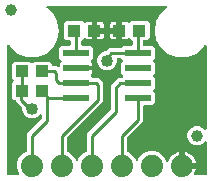
<source format=gbr>
G04 EAGLE Gerber RS-274X export*
G75*
%MOMM*%
%FSLAX34Y34*%
%LPD*%
%INTop Copper*%
%IPPOS*%
%AMOC8*
5,1,8,0,0,1.08239X$1,22.5*%
G01*
%ADD10R,2.209800X0.609600*%
%ADD11R,1.100000X1.000000*%
%ADD12C,1.879600*%
%ADD13C,1.000000*%
%ADD14C,0.254000*%
%ADD15C,1.016000*%

G36*
X13549Y4325D02*
X13549Y4325D01*
X13599Y4323D01*
X13706Y4345D01*
X13815Y4359D01*
X13861Y4377D01*
X13910Y4387D01*
X14009Y4435D01*
X14111Y4476D01*
X14151Y4505D01*
X14196Y4527D01*
X14280Y4598D01*
X14368Y4662D01*
X14400Y4701D01*
X14438Y4733D01*
X14501Y4823D01*
X14571Y4907D01*
X14592Y4952D01*
X14621Y4993D01*
X14660Y5096D01*
X14707Y5195D01*
X14716Y5244D01*
X14734Y5290D01*
X14746Y5400D01*
X14767Y5507D01*
X14763Y5557D01*
X14769Y5606D01*
X14754Y5715D01*
X14747Y5825D01*
X14731Y5872D01*
X14725Y5921D01*
X14672Y6074D01*
X12953Y10224D01*
X12953Y15176D01*
X14848Y19750D01*
X18350Y23252D01*
X20298Y24059D01*
X20323Y24073D01*
X20351Y24083D01*
X20461Y24152D01*
X20574Y24216D01*
X20595Y24237D01*
X20620Y24253D01*
X20709Y24347D01*
X20802Y24438D01*
X20818Y24463D01*
X20838Y24484D01*
X20901Y24598D01*
X20969Y24709D01*
X20977Y24737D01*
X20992Y24763D01*
X21024Y24889D01*
X21062Y25013D01*
X21064Y25042D01*
X21071Y25071D01*
X21081Y25231D01*
X21081Y39889D01*
X33410Y52217D01*
X33470Y52295D01*
X33538Y52368D01*
X33567Y52421D01*
X33604Y52468D01*
X33644Y52559D01*
X33692Y52646D01*
X33707Y52705D01*
X33731Y52760D01*
X33746Y52858D01*
X33771Y52954D01*
X33777Y53054D01*
X33781Y53074D01*
X33779Y53087D01*
X33781Y53115D01*
X33781Y54781D01*
X33764Y54919D01*
X33751Y55058D01*
X33744Y55077D01*
X33741Y55097D01*
X33690Y55226D01*
X33643Y55357D01*
X33632Y55374D01*
X33624Y55392D01*
X33543Y55505D01*
X33465Y55620D01*
X33449Y55633D01*
X33438Y55650D01*
X33330Y55739D01*
X33226Y55831D01*
X33208Y55840D01*
X33193Y55853D01*
X33067Y55912D01*
X32943Y55975D01*
X32923Y55980D01*
X32905Y55988D01*
X32768Y56014D01*
X32633Y56045D01*
X32612Y56044D01*
X32593Y56048D01*
X32454Y56039D01*
X32315Y56035D01*
X32295Y56029D01*
X32275Y56028D01*
X32143Y55985D01*
X32009Y55947D01*
X31992Y55936D01*
X31973Y55930D01*
X31855Y55856D01*
X31735Y55785D01*
X31714Y55767D01*
X31704Y55760D01*
X31690Y55745D01*
X31615Y55679D01*
X30005Y54069D01*
X27017Y52831D01*
X23783Y52831D01*
X20795Y54069D01*
X18509Y56355D01*
X17271Y59343D01*
X17271Y61185D01*
X17259Y61284D01*
X17256Y61383D01*
X17239Y61441D01*
X17231Y61501D01*
X17195Y61593D01*
X17167Y61688D01*
X17137Y61740D01*
X17114Y61797D01*
X17056Y61877D01*
X17006Y61962D01*
X16940Y62037D01*
X16928Y62054D01*
X16918Y62062D01*
X16900Y62083D01*
X15093Y63890D01*
X12191Y66791D01*
X12191Y66882D01*
X12176Y67000D01*
X12169Y67119D01*
X12156Y67157D01*
X12151Y67198D01*
X12108Y67308D01*
X12071Y67421D01*
X12049Y67456D01*
X12034Y67493D01*
X11965Y67589D01*
X11901Y67690D01*
X11871Y67718D01*
X11848Y67751D01*
X11756Y67827D01*
X11669Y67908D01*
X11634Y67928D01*
X11603Y67953D01*
X11495Y68004D01*
X11391Y68062D01*
X11351Y68072D01*
X11315Y68089D01*
X11198Y68111D01*
X11083Y68141D01*
X11023Y68145D01*
X11003Y68149D01*
X10982Y68147D01*
X10922Y68151D01*
X10137Y68151D01*
X8351Y69937D01*
X8351Y82463D01*
X9446Y83558D01*
X9519Y83652D01*
X9598Y83741D01*
X9616Y83777D01*
X9641Y83809D01*
X9688Y83918D01*
X9742Y84024D01*
X9751Y84063D01*
X9767Y84101D01*
X9786Y84218D01*
X9812Y84334D01*
X9811Y84375D01*
X9817Y84415D01*
X9806Y84533D01*
X9802Y84652D01*
X9791Y84691D01*
X9787Y84731D01*
X9747Y84843D01*
X9714Y84958D01*
X9693Y84993D01*
X9680Y85031D01*
X9613Y85129D01*
X9552Y85232D01*
X9513Y85277D01*
X9501Y85294D01*
X9486Y85307D01*
X9446Y85353D01*
X8351Y86447D01*
X8351Y98973D01*
X10137Y100759D01*
X23663Y100759D01*
X24503Y99919D01*
X24597Y99846D01*
X24686Y99767D01*
X24722Y99749D01*
X24754Y99724D01*
X24863Y99677D01*
X24969Y99623D01*
X25008Y99614D01*
X25046Y99598D01*
X25163Y99579D01*
X25279Y99553D01*
X25320Y99554D01*
X25360Y99548D01*
X25478Y99559D01*
X25597Y99563D01*
X25636Y99574D01*
X25676Y99578D01*
X25788Y99618D01*
X25903Y99651D01*
X25938Y99672D01*
X25976Y99685D01*
X26074Y99752D01*
X26177Y99813D01*
X26222Y99852D01*
X26239Y99864D01*
X26252Y99879D01*
X26298Y99919D01*
X27137Y100759D01*
X40663Y100759D01*
X42449Y98973D01*
X42449Y98298D01*
X42464Y98180D01*
X42471Y98061D01*
X42484Y98023D01*
X42489Y97982D01*
X42532Y97872D01*
X42569Y97759D01*
X42591Y97724D01*
X42606Y97687D01*
X42675Y97591D01*
X42739Y97490D01*
X42769Y97462D01*
X42792Y97429D01*
X42884Y97353D01*
X42971Y97272D01*
X43006Y97252D01*
X43037Y97227D01*
X43145Y97176D01*
X43249Y97118D01*
X43289Y97108D01*
X43325Y97091D01*
X43442Y97069D01*
X43557Y97039D01*
X43617Y97035D01*
X43637Y97031D01*
X43658Y97033D01*
X43718Y97029D01*
X46239Y97029D01*
X46982Y96286D01*
X47091Y96201D01*
X47198Y96112D01*
X47217Y96104D01*
X47233Y96091D01*
X47360Y96036D01*
X47486Y95977D01*
X47506Y95973D01*
X47525Y95965D01*
X47663Y95943D01*
X47799Y95917D01*
X47819Y95918D01*
X47839Y95915D01*
X47978Y95928D01*
X48116Y95937D01*
X48135Y95943D01*
X48155Y95945D01*
X48287Y95992D01*
X48418Y96035D01*
X48436Y96045D01*
X48455Y96052D01*
X48570Y96130D01*
X48687Y96205D01*
X48701Y96220D01*
X48718Y96231D01*
X48810Y96335D01*
X48905Y96436D01*
X48915Y96454D01*
X48928Y96469D01*
X48991Y96593D01*
X49059Y96715D01*
X49064Y96735D01*
X49073Y96753D01*
X49103Y96888D01*
X49138Y97023D01*
X49140Y97051D01*
X49143Y97063D01*
X49142Y97083D01*
X49148Y97184D01*
X49148Y98632D01*
X49321Y99279D01*
X49656Y99858D01*
X50141Y100343D01*
X50214Y100437D01*
X50293Y100527D01*
X50311Y100563D01*
X50336Y100595D01*
X50383Y100704D01*
X50438Y100810D01*
X50446Y100849D01*
X50462Y100886D01*
X50481Y101004D01*
X50507Y101120D01*
X50506Y101161D01*
X50512Y101201D01*
X50501Y101319D01*
X50498Y101438D01*
X50486Y101477D01*
X50482Y101517D01*
X50442Y101629D01*
X50409Y101744D01*
X50389Y101778D01*
X50375Y101816D01*
X50308Y101915D01*
X50248Y102017D01*
X50208Y102063D01*
X50196Y102080D01*
X50181Y102093D01*
X50141Y102138D01*
X48640Y103639D01*
X48640Y112261D01*
X50426Y114047D01*
X57150Y114047D01*
X57268Y114062D01*
X57387Y114069D01*
X57425Y114082D01*
X57466Y114087D01*
X57576Y114130D01*
X57689Y114167D01*
X57724Y114189D01*
X57761Y114204D01*
X57857Y114273D01*
X57958Y114337D01*
X57986Y114367D01*
X58019Y114390D01*
X58095Y114482D01*
X58176Y114569D01*
X58196Y114604D01*
X58221Y114635D01*
X58272Y114743D01*
X58330Y114847D01*
X58340Y114887D01*
X58357Y114923D01*
X58379Y115040D01*
X58409Y115155D01*
X58413Y115215D01*
X58417Y115235D01*
X58415Y115256D01*
X58419Y115316D01*
X58419Y117682D01*
X58404Y117800D01*
X58397Y117919D01*
X58384Y117957D01*
X58379Y117998D01*
X58336Y118108D01*
X58299Y118221D01*
X58277Y118256D01*
X58262Y118293D01*
X58193Y118389D01*
X58129Y118490D01*
X58099Y118518D01*
X58076Y118551D01*
X57984Y118627D01*
X57897Y118708D01*
X57862Y118728D01*
X57831Y118753D01*
X57723Y118804D01*
X57619Y118862D01*
X57579Y118872D01*
X57543Y118889D01*
X57426Y118911D01*
X57311Y118941D01*
X57251Y118945D01*
X57231Y118949D01*
X57210Y118947D01*
X57150Y118951D01*
X54587Y118951D01*
X52801Y120737D01*
X52801Y133263D01*
X54587Y135049D01*
X68113Y135049D01*
X69312Y133850D01*
X69406Y133777D01*
X69495Y133698D01*
X69531Y133680D01*
X69563Y133655D01*
X69672Y133608D01*
X69778Y133553D01*
X69818Y133545D01*
X69855Y133529D01*
X69973Y133510D01*
X70089Y133484D01*
X70129Y133485D01*
X70169Y133479D01*
X70288Y133490D01*
X70406Y133493D01*
X70445Y133505D01*
X70486Y133509D01*
X70598Y133549D01*
X70712Y133582D01*
X70747Y133602D01*
X70785Y133616D01*
X70883Y133683D01*
X70986Y133743D01*
X71031Y133783D01*
X71048Y133795D01*
X71061Y133810D01*
X71107Y133850D01*
X71290Y134033D01*
X71869Y134368D01*
X72516Y134541D01*
X75851Y134541D01*
X75851Y128230D01*
X75866Y128112D01*
X75873Y127993D01*
X75885Y127955D01*
X75891Y127915D01*
X75934Y127804D01*
X75971Y127691D01*
X75993Y127657D01*
X76008Y127619D01*
X76077Y127523D01*
X76141Y127422D01*
X76171Y127394D01*
X76194Y127362D01*
X76286Y127286D01*
X76373Y127204D01*
X76408Y127185D01*
X76439Y127159D01*
X76547Y127108D01*
X76651Y127051D01*
X76691Y127041D01*
X76727Y127023D01*
X76834Y127003D01*
X76804Y126999D01*
X76694Y126955D01*
X76581Y126919D01*
X76546Y126897D01*
X76509Y126882D01*
X76412Y126812D01*
X76312Y126749D01*
X76284Y126719D01*
X76251Y126695D01*
X76175Y126604D01*
X76094Y126517D01*
X76074Y126482D01*
X76049Y126450D01*
X75998Y126343D01*
X75940Y126238D01*
X75930Y126199D01*
X75913Y126163D01*
X75891Y126046D01*
X75861Y125930D01*
X75857Y125870D01*
X75853Y125850D01*
X75855Y125830D01*
X75851Y125770D01*
X75851Y119459D01*
X72516Y119459D01*
X71869Y119632D01*
X71290Y119967D01*
X71107Y120150D01*
X71013Y120223D01*
X70923Y120302D01*
X70887Y120320D01*
X70855Y120345D01*
X70746Y120392D01*
X70640Y120447D01*
X70601Y120455D01*
X70564Y120471D01*
X70446Y120490D01*
X70330Y120516D01*
X70289Y120515D01*
X70249Y120521D01*
X70131Y120510D01*
X70012Y120507D01*
X69973Y120495D01*
X69933Y120491D01*
X69821Y120451D01*
X69706Y120418D01*
X69672Y120398D01*
X69634Y120384D01*
X69535Y120317D01*
X69433Y120257D01*
X69387Y120217D01*
X69370Y120205D01*
X69357Y120190D01*
X69312Y120150D01*
X68091Y118929D01*
X68089Y118929D01*
X68051Y118916D01*
X68010Y118911D01*
X67900Y118868D01*
X67787Y118831D01*
X67752Y118809D01*
X67715Y118794D01*
X67619Y118725D01*
X67518Y118661D01*
X67490Y118631D01*
X67457Y118608D01*
X67381Y118516D01*
X67300Y118429D01*
X67280Y118394D01*
X67255Y118363D01*
X67204Y118255D01*
X67146Y118151D01*
X67136Y118111D01*
X67119Y118075D01*
X67097Y117958D01*
X67067Y117843D01*
X67063Y117783D01*
X67059Y117763D01*
X67061Y117742D01*
X67057Y117682D01*
X67057Y115316D01*
X67072Y115198D01*
X67079Y115079D01*
X67092Y115041D01*
X67097Y115000D01*
X67140Y114890D01*
X67177Y114777D01*
X67199Y114742D01*
X67214Y114705D01*
X67283Y114609D01*
X67347Y114508D01*
X67377Y114480D01*
X67400Y114447D01*
X67492Y114371D01*
X67579Y114290D01*
X67614Y114270D01*
X67645Y114245D01*
X67753Y114194D01*
X67857Y114136D01*
X67897Y114126D01*
X67933Y114109D01*
X68050Y114087D01*
X68165Y114057D01*
X68225Y114053D01*
X68245Y114049D01*
X68266Y114051D01*
X68326Y114047D01*
X75050Y114047D01*
X76836Y112261D01*
X76836Y103639D01*
X75335Y102138D01*
X75262Y102044D01*
X75183Y101955D01*
X75165Y101919D01*
X75140Y101887D01*
X75093Y101778D01*
X75038Y101672D01*
X75030Y101632D01*
X75014Y101595D01*
X74995Y101477D01*
X74969Y101361D01*
X74970Y101321D01*
X74964Y101281D01*
X74975Y101162D01*
X74978Y101044D01*
X74990Y101005D01*
X74994Y100964D01*
X75034Y100852D01*
X75067Y100738D01*
X75087Y100703D01*
X75101Y100665D01*
X75168Y100567D01*
X75228Y100464D01*
X75268Y100419D01*
X75280Y100402D01*
X75295Y100389D01*
X75335Y100343D01*
X75820Y99858D01*
X76155Y99279D01*
X76328Y98632D01*
X76328Y96773D01*
X62992Y96773D01*
X62874Y96758D01*
X62755Y96751D01*
X62717Y96738D01*
X62677Y96733D01*
X62566Y96690D01*
X62453Y96653D01*
X62419Y96631D01*
X62381Y96616D01*
X62285Y96547D01*
X62184Y96483D01*
X62156Y96453D01*
X62124Y96430D01*
X62048Y96338D01*
X61966Y96251D01*
X61947Y96216D01*
X61921Y96185D01*
X61870Y96077D01*
X61813Y95973D01*
X61803Y95933D01*
X61785Y95897D01*
X61763Y95780D01*
X61733Y95665D01*
X61729Y95605D01*
X61726Y95585D01*
X61727Y95564D01*
X61723Y95504D01*
X61723Y94996D01*
X61738Y94878D01*
X61745Y94759D01*
X61758Y94721D01*
X61763Y94680D01*
X61807Y94570D01*
X61843Y94457D01*
X61865Y94422D01*
X61880Y94385D01*
X61950Y94288D01*
X62013Y94188D01*
X62043Y94160D01*
X62067Y94127D01*
X62158Y94051D01*
X62245Y93970D01*
X62280Y93950D01*
X62312Y93925D01*
X62419Y93874D01*
X62524Y93816D01*
X62563Y93806D01*
X62599Y93789D01*
X62716Y93767D01*
X62832Y93737D01*
X62892Y93733D01*
X62912Y93729D01*
X62932Y93731D01*
X62992Y93727D01*
X76328Y93727D01*
X76328Y91868D01*
X76155Y91221D01*
X75820Y90642D01*
X75335Y90157D01*
X75262Y90063D01*
X75183Y89973D01*
X75165Y89937D01*
X75140Y89905D01*
X75093Y89796D01*
X75038Y89690D01*
X75030Y89651D01*
X75014Y89614D01*
X74995Y89496D01*
X74969Y89380D01*
X74970Y89340D01*
X74964Y89300D01*
X74975Y89181D01*
X74978Y89062D01*
X74990Y89023D01*
X74994Y88983D01*
X75034Y88871D01*
X75067Y88757D01*
X75087Y88722D01*
X75101Y88684D01*
X75168Y88585D01*
X75228Y88483D01*
X75268Y88437D01*
X75280Y88420D01*
X75295Y88407D01*
X75335Y88362D01*
X76456Y87240D01*
X76534Y87180D01*
X76606Y87112D01*
X76659Y87083D01*
X76707Y87046D01*
X76798Y87006D01*
X76885Y86958D01*
X76944Y86943D01*
X76999Y86919D01*
X77097Y86904D01*
X77193Y86879D01*
X77293Y86873D01*
X77313Y86869D01*
X77326Y86871D01*
X77354Y86869D01*
X81799Y86869D01*
X85599Y83069D01*
X85599Y66791D01*
X55490Y36683D01*
X55430Y36605D01*
X55362Y36532D01*
X55333Y36479D01*
X55296Y36432D01*
X55256Y36341D01*
X55208Y36254D01*
X55193Y36195D01*
X55169Y36140D01*
X55154Y36042D01*
X55129Y35946D01*
X55123Y35846D01*
X55119Y35826D01*
X55121Y35813D01*
X55119Y35785D01*
X55119Y25231D01*
X55122Y25202D01*
X55120Y25173D01*
X55142Y25045D01*
X55159Y24916D01*
X55169Y24889D01*
X55174Y24859D01*
X55228Y24741D01*
X55276Y24620D01*
X55293Y24596D01*
X55305Y24569D01*
X55386Y24468D01*
X55462Y24363D01*
X55485Y24344D01*
X55504Y24321D01*
X55607Y24243D01*
X55707Y24160D01*
X55734Y24147D01*
X55758Y24130D01*
X55902Y24059D01*
X57850Y23252D01*
X61352Y19751D01*
X62327Y17395D01*
X62396Y17274D01*
X62461Y17152D01*
X62475Y17137D01*
X62485Y17119D01*
X62582Y17019D01*
X62675Y16916D01*
X62692Y16905D01*
X62706Y16891D01*
X62824Y16818D01*
X62941Y16742D01*
X62960Y16735D01*
X62977Y16724D01*
X63110Y16684D01*
X63242Y16638D01*
X63262Y16637D01*
X63281Y16631D01*
X63420Y16624D01*
X63559Y16613D01*
X63579Y16617D01*
X63599Y16616D01*
X63735Y16644D01*
X63872Y16668D01*
X63891Y16676D01*
X63910Y16680D01*
X64035Y16741D01*
X64162Y16798D01*
X64178Y16811D01*
X64196Y16820D01*
X64302Y16910D01*
X64410Y16997D01*
X64423Y17013D01*
X64438Y17026D01*
X64518Y17140D01*
X64602Y17251D01*
X64614Y17276D01*
X64621Y17286D01*
X64628Y17305D01*
X64673Y17395D01*
X65648Y19750D01*
X69150Y23252D01*
X71098Y24059D01*
X71123Y24073D01*
X71151Y24083D01*
X71261Y24152D01*
X71374Y24216D01*
X71395Y24237D01*
X71420Y24253D01*
X71509Y24347D01*
X71602Y24438D01*
X71618Y24463D01*
X71638Y24484D01*
X71701Y24598D01*
X71769Y24709D01*
X71777Y24737D01*
X71792Y24763D01*
X71824Y24889D01*
X71862Y25013D01*
X71864Y25042D01*
X71871Y25071D01*
X71881Y25231D01*
X71881Y39889D01*
X91830Y59837D01*
X91890Y59915D01*
X91958Y59988D01*
X91987Y60041D01*
X92024Y60088D01*
X92064Y60179D01*
X92112Y60266D01*
X92127Y60325D01*
X92151Y60380D01*
X92166Y60478D01*
X92191Y60574D01*
X92197Y60674D01*
X92201Y60694D01*
X92199Y60707D01*
X92201Y60735D01*
X92201Y80529D01*
X98541Y86869D01*
X100446Y86869D01*
X100545Y86881D01*
X100644Y86884D01*
X100702Y86901D01*
X100762Y86909D01*
X100854Y86945D01*
X100949Y86973D01*
X101001Y87003D01*
X101058Y87026D01*
X101138Y87084D01*
X101223Y87134D01*
X101298Y87200D01*
X101315Y87212D01*
X101323Y87222D01*
X101344Y87240D01*
X102106Y88002D01*
X102179Y88096D01*
X102258Y88186D01*
X102276Y88222D01*
X102301Y88254D01*
X102348Y88363D01*
X102402Y88469D01*
X102411Y88508D01*
X102427Y88546D01*
X102446Y88663D01*
X102472Y88779D01*
X102471Y88820D01*
X102477Y88860D01*
X102466Y88978D01*
X102462Y89097D01*
X102451Y89136D01*
X102447Y89176D01*
X102407Y89288D01*
X102374Y89403D01*
X102353Y89438D01*
X102340Y89476D01*
X102273Y89574D01*
X102212Y89677D01*
X102172Y89722D01*
X102161Y89739D01*
X102146Y89752D01*
X102106Y89797D01*
X100964Y90939D01*
X100964Y99561D01*
X102106Y100702D01*
X102179Y100797D01*
X102258Y100886D01*
X102276Y100922D01*
X102301Y100954D01*
X102348Y101063D01*
X102402Y101169D01*
X102411Y101208D01*
X102427Y101246D01*
X102446Y101363D01*
X102472Y101479D01*
X102471Y101520D01*
X102477Y101560D01*
X102466Y101678D01*
X102462Y101797D01*
X102451Y101836D01*
X102447Y101876D01*
X102407Y101989D01*
X102374Y102103D01*
X102353Y102137D01*
X102340Y102176D01*
X102273Y102274D01*
X102212Y102377D01*
X102172Y102422D01*
X102161Y102439D01*
X102146Y102452D01*
X102106Y102497D01*
X101344Y103260D01*
X101266Y103320D01*
X101194Y103388D01*
X101141Y103417D01*
X101093Y103454D01*
X101002Y103494D01*
X100915Y103542D01*
X100856Y103557D01*
X100801Y103581D01*
X100703Y103596D01*
X100607Y103621D01*
X100507Y103627D01*
X100487Y103631D01*
X100474Y103629D01*
X100446Y103631D01*
X98298Y103631D01*
X98180Y103616D01*
X98061Y103609D01*
X98023Y103596D01*
X97982Y103591D01*
X97872Y103548D01*
X97759Y103511D01*
X97724Y103489D01*
X97687Y103474D01*
X97591Y103405D01*
X97490Y103341D01*
X97462Y103311D01*
X97429Y103288D01*
X97353Y103196D01*
X97272Y103109D01*
X97252Y103074D01*
X97227Y103043D01*
X97176Y102935D01*
X97118Y102831D01*
X97108Y102791D01*
X97091Y102755D01*
X97069Y102638D01*
X97039Y102523D01*
X97035Y102463D01*
X97031Y102443D01*
X97033Y102422D01*
X97029Y102362D01*
X97029Y99983D01*
X95791Y96995D01*
X93505Y94709D01*
X90517Y93471D01*
X87283Y93471D01*
X84295Y94709D01*
X82009Y96995D01*
X80771Y99983D01*
X80771Y103217D01*
X82009Y106205D01*
X84295Y108491D01*
X87283Y109729D01*
X87855Y109729D01*
X87954Y109741D01*
X88053Y109744D01*
X88111Y109761D01*
X88171Y109769D01*
X88263Y109805D01*
X88358Y109833D01*
X88410Y109863D01*
X88467Y109886D01*
X88547Y109944D01*
X88632Y109994D01*
X88707Y110060D01*
X88724Y110072D01*
X88732Y110082D01*
X88753Y110100D01*
X90921Y112269D01*
X100446Y112269D01*
X100545Y112281D01*
X100644Y112284D01*
X100702Y112301D01*
X100762Y112309D01*
X100854Y112345D01*
X100949Y112373D01*
X101001Y112403D01*
X101058Y112426D01*
X101138Y112484D01*
X101223Y112534D01*
X101298Y112600D01*
X101315Y112612D01*
X101323Y112622D01*
X101344Y112640D01*
X102750Y114047D01*
X109474Y114047D01*
X109592Y114062D01*
X109711Y114069D01*
X109749Y114082D01*
X109790Y114087D01*
X109900Y114130D01*
X110013Y114167D01*
X110048Y114189D01*
X110085Y114204D01*
X110181Y114273D01*
X110282Y114337D01*
X110310Y114367D01*
X110343Y114390D01*
X110419Y114482D01*
X110500Y114569D01*
X110520Y114604D01*
X110545Y114635D01*
X110596Y114743D01*
X110654Y114847D01*
X110664Y114887D01*
X110681Y114923D01*
X110703Y115040D01*
X110733Y115155D01*
X110737Y115215D01*
X110741Y115235D01*
X110739Y115256D01*
X110743Y115316D01*
X110743Y117682D01*
X110728Y117800D01*
X110721Y117919D01*
X110708Y117957D01*
X110703Y117998D01*
X110660Y118108D01*
X110623Y118221D01*
X110601Y118256D01*
X110586Y118293D01*
X110517Y118389D01*
X110453Y118490D01*
X110423Y118518D01*
X110400Y118551D01*
X110308Y118627D01*
X110221Y118708D01*
X110186Y118728D01*
X110155Y118753D01*
X110047Y118804D01*
X109943Y118862D01*
X109903Y118872D01*
X109867Y118889D01*
X109750Y118911D01*
X109719Y118919D01*
X108488Y120150D01*
X108394Y120223D01*
X108305Y120302D01*
X108269Y120320D01*
X108237Y120345D01*
X108128Y120392D01*
X108022Y120447D01*
X107982Y120455D01*
X107945Y120471D01*
X107827Y120490D01*
X107711Y120516D01*
X107671Y120515D01*
X107631Y120521D01*
X107512Y120510D01*
X107393Y120506D01*
X107355Y120495D01*
X107314Y120491D01*
X107202Y120451D01*
X107088Y120418D01*
X107053Y120398D01*
X107015Y120384D01*
X106917Y120317D01*
X106814Y120257D01*
X106769Y120217D01*
X106752Y120205D01*
X106738Y120190D01*
X106693Y120150D01*
X106510Y119967D01*
X105931Y119632D01*
X105284Y119459D01*
X101949Y119459D01*
X101949Y125770D01*
X101934Y125888D01*
X101927Y126007D01*
X101914Y126045D01*
X101909Y126085D01*
X101866Y126196D01*
X101829Y126309D01*
X101807Y126343D01*
X101792Y126381D01*
X101723Y126477D01*
X101659Y126578D01*
X101629Y126606D01*
X101606Y126638D01*
X101514Y126714D01*
X101427Y126796D01*
X101392Y126815D01*
X101361Y126841D01*
X101253Y126892D01*
X101149Y126949D01*
X101109Y126959D01*
X101073Y126977D01*
X100966Y126997D01*
X100996Y127001D01*
X101106Y127045D01*
X101219Y127081D01*
X101254Y127103D01*
X101291Y127118D01*
X101387Y127188D01*
X101488Y127251D01*
X101516Y127281D01*
X101549Y127305D01*
X101625Y127396D01*
X101706Y127483D01*
X101726Y127518D01*
X101751Y127550D01*
X101802Y127657D01*
X101860Y127762D01*
X101870Y127801D01*
X101887Y127837D01*
X101909Y127954D01*
X101939Y128070D01*
X101943Y128130D01*
X101947Y128150D01*
X101945Y128170D01*
X101949Y128230D01*
X101949Y134541D01*
X105284Y134541D01*
X105931Y134368D01*
X106510Y134033D01*
X106693Y133850D01*
X106787Y133777D01*
X106877Y133698D01*
X106913Y133680D01*
X106944Y133655D01*
X107054Y133608D01*
X107160Y133553D01*
X107199Y133545D01*
X107236Y133529D01*
X107354Y133510D01*
X107470Y133484D01*
X107511Y133485D01*
X107550Y133479D01*
X107669Y133490D01*
X107788Y133493D01*
X107827Y133505D01*
X107867Y133509D01*
X107979Y133549D01*
X108093Y133582D01*
X108128Y133602D01*
X108166Y133616D01*
X108265Y133683D01*
X108367Y133743D01*
X108413Y133783D01*
X108429Y133795D01*
X108443Y133810D01*
X108488Y133850D01*
X109687Y135049D01*
X123213Y135049D01*
X124999Y133263D01*
X124999Y120737D01*
X123213Y118951D01*
X120650Y118951D01*
X120532Y118936D01*
X120413Y118929D01*
X120375Y118916D01*
X120334Y118911D01*
X120224Y118868D01*
X120111Y118831D01*
X120076Y118809D01*
X120039Y118794D01*
X119943Y118725D01*
X119842Y118661D01*
X119814Y118631D01*
X119781Y118608D01*
X119705Y118516D01*
X119624Y118429D01*
X119604Y118394D01*
X119579Y118363D01*
X119528Y118255D01*
X119470Y118151D01*
X119460Y118111D01*
X119443Y118075D01*
X119421Y117958D01*
X119391Y117843D01*
X119387Y117783D01*
X119383Y117763D01*
X119385Y117742D01*
X119381Y117682D01*
X119381Y115316D01*
X119396Y115198D01*
X119403Y115079D01*
X119416Y115041D01*
X119421Y115000D01*
X119464Y114890D01*
X119501Y114777D01*
X119523Y114742D01*
X119538Y114705D01*
X119607Y114609D01*
X119671Y114508D01*
X119701Y114480D01*
X119724Y114447D01*
X119816Y114371D01*
X119903Y114290D01*
X119938Y114270D01*
X119969Y114245D01*
X120077Y114194D01*
X120181Y114136D01*
X120221Y114126D01*
X120257Y114109D01*
X120374Y114087D01*
X120489Y114057D01*
X120549Y114053D01*
X120569Y114049D01*
X120590Y114051D01*
X120650Y114047D01*
X127374Y114047D01*
X129160Y112261D01*
X129160Y103639D01*
X128018Y102497D01*
X127945Y102403D01*
X127866Y102314D01*
X127848Y102278D01*
X127823Y102246D01*
X127776Y102137D01*
X127722Y102031D01*
X127713Y101992D01*
X127697Y101954D01*
X127678Y101837D01*
X127652Y101721D01*
X127653Y101680D01*
X127647Y101640D01*
X127658Y101522D01*
X127662Y101403D01*
X127673Y101364D01*
X127677Y101324D01*
X127717Y101212D01*
X127750Y101097D01*
X127771Y101062D01*
X127784Y101024D01*
X127851Y100926D01*
X127912Y100823D01*
X127951Y100778D01*
X127963Y100761D01*
X127978Y100748D01*
X128018Y100702D01*
X129160Y99561D01*
X129160Y90939D01*
X128018Y89797D01*
X127945Y89703D01*
X127866Y89614D01*
X127848Y89578D01*
X127823Y89546D01*
X127776Y89437D01*
X127722Y89331D01*
X127713Y89292D01*
X127697Y89254D01*
X127678Y89137D01*
X127652Y89021D01*
X127653Y88980D01*
X127647Y88940D01*
X127658Y88822D01*
X127662Y88703D01*
X127673Y88664D01*
X127677Y88624D01*
X127717Y88512D01*
X127750Y88397D01*
X127771Y88362D01*
X127784Y88324D01*
X127851Y88226D01*
X127912Y88123D01*
X127951Y88078D01*
X127963Y88061D01*
X127978Y88048D01*
X128018Y88002D01*
X129160Y86861D01*
X129160Y78239D01*
X128018Y77097D01*
X127945Y77003D01*
X127866Y76914D01*
X127848Y76878D01*
X127823Y76846D01*
X127776Y76737D01*
X127722Y76631D01*
X127713Y76592D01*
X127697Y76554D01*
X127678Y76437D01*
X127652Y76321D01*
X127653Y76280D01*
X127647Y76240D01*
X127658Y76122D01*
X127662Y76003D01*
X127673Y75964D01*
X127677Y75924D01*
X127717Y75812D01*
X127750Y75697D01*
X127771Y75662D01*
X127784Y75624D01*
X127851Y75526D01*
X127912Y75423D01*
X127951Y75378D01*
X127963Y75361D01*
X127978Y75348D01*
X128018Y75302D01*
X129160Y74161D01*
X129160Y65539D01*
X127374Y63753D01*
X120650Y63753D01*
X120532Y63738D01*
X120413Y63731D01*
X120375Y63718D01*
X120334Y63713D01*
X120224Y63670D01*
X120111Y63633D01*
X120076Y63611D01*
X120039Y63596D01*
X119943Y63527D01*
X119842Y63463D01*
X119814Y63433D01*
X119781Y63410D01*
X119705Y63318D01*
X119624Y63231D01*
X119604Y63196D01*
X119579Y63165D01*
X119528Y63057D01*
X119470Y62953D01*
X119460Y62913D01*
X119443Y62877D01*
X119421Y62760D01*
X119391Y62645D01*
X119387Y62585D01*
X119383Y62565D01*
X119385Y62544D01*
X119381Y62484D01*
X119381Y49773D01*
X106290Y36683D01*
X106230Y36605D01*
X106162Y36532D01*
X106133Y36479D01*
X106096Y36432D01*
X106056Y36341D01*
X106008Y36254D01*
X105993Y36195D01*
X105969Y36140D01*
X105954Y36042D01*
X105929Y35946D01*
X105923Y35846D01*
X105919Y35826D01*
X105921Y35813D01*
X105919Y35785D01*
X105919Y25231D01*
X105922Y25202D01*
X105920Y25173D01*
X105942Y25045D01*
X105959Y24916D01*
X105969Y24889D01*
X105974Y24859D01*
X106028Y24741D01*
X106076Y24620D01*
X106093Y24596D01*
X106105Y24569D01*
X106186Y24468D01*
X106262Y24363D01*
X106285Y24344D01*
X106304Y24321D01*
X106407Y24243D01*
X106507Y24160D01*
X106534Y24147D01*
X106558Y24130D01*
X106702Y24059D01*
X108650Y23252D01*
X112152Y19750D01*
X113127Y17395D01*
X113196Y17275D01*
X113261Y17152D01*
X113275Y17137D01*
X113285Y17119D01*
X113382Y17019D01*
X113475Y16916D01*
X113492Y16905D01*
X113506Y16891D01*
X113624Y16818D01*
X113741Y16742D01*
X113760Y16735D01*
X113777Y16724D01*
X113910Y16684D01*
X114042Y16638D01*
X114062Y16637D01*
X114081Y16631D01*
X114220Y16624D01*
X114359Y16613D01*
X114379Y16617D01*
X114399Y16616D01*
X114535Y16644D01*
X114672Y16668D01*
X114691Y16676D01*
X114710Y16680D01*
X114835Y16741D01*
X114962Y16798D01*
X114978Y16811D01*
X114996Y16820D01*
X115102Y16910D01*
X115210Y16997D01*
X115223Y17013D01*
X115238Y17026D01*
X115318Y17140D01*
X115402Y17251D01*
X115414Y17276D01*
X115421Y17286D01*
X115428Y17305D01*
X115473Y17395D01*
X116448Y19750D01*
X119950Y23252D01*
X124524Y25147D01*
X129476Y25147D01*
X134050Y23252D01*
X137552Y19750D01*
X138805Y16725D01*
X138820Y16699D01*
X138829Y16670D01*
X138899Y16561D01*
X138963Y16448D01*
X138984Y16427D01*
X139000Y16402D01*
X139094Y16313D01*
X139184Y16220D01*
X139210Y16204D01*
X139231Y16184D01*
X139345Y16121D01*
X139455Y16054D01*
X139484Y16045D01*
X139510Y16031D01*
X139635Y15998D01*
X139759Y15960D01*
X139789Y15959D01*
X139818Y15951D01*
X139948Y15951D01*
X140077Y15945D01*
X140106Y15951D01*
X140136Y15951D01*
X140261Y15983D01*
X140388Y16009D01*
X140415Y16022D01*
X140444Y16030D01*
X140557Y16092D01*
X140674Y16149D01*
X140697Y16168D01*
X140723Y16183D01*
X140817Y16271D01*
X140916Y16355D01*
X140933Y16380D01*
X140955Y16400D01*
X141024Y16509D01*
X141099Y16615D01*
X141110Y16643D01*
X141126Y16669D01*
X141185Y16818D01*
X141336Y17283D01*
X142189Y18957D01*
X143294Y20478D01*
X144622Y21806D01*
X146143Y22911D01*
X147817Y23764D01*
X149604Y24345D01*
X149861Y24385D01*
X149861Y13970D01*
X149876Y13852D01*
X149883Y13733D01*
X149896Y13695D01*
X149901Y13655D01*
X149944Y13544D01*
X149981Y13431D01*
X150003Y13397D01*
X150018Y13359D01*
X150088Y13263D01*
X150151Y13162D01*
X150181Y13134D01*
X150204Y13102D01*
X150296Y13026D01*
X150383Y12944D01*
X150418Y12925D01*
X150449Y12899D01*
X150557Y12848D01*
X150661Y12791D01*
X150701Y12780D01*
X150737Y12763D01*
X150854Y12741D01*
X150969Y12711D01*
X151030Y12707D01*
X151050Y12703D01*
X151070Y12705D01*
X151130Y12701D01*
X152401Y12701D01*
X152401Y11430D01*
X152416Y11312D01*
X152423Y11193D01*
X152436Y11155D01*
X152441Y11114D01*
X152485Y11004D01*
X152521Y10891D01*
X152543Y10856D01*
X152558Y10819D01*
X152628Y10723D01*
X152691Y10622D01*
X152721Y10594D01*
X152745Y10561D01*
X152836Y10486D01*
X152923Y10404D01*
X152958Y10384D01*
X152990Y10359D01*
X153097Y10308D01*
X153202Y10250D01*
X153241Y10240D01*
X153277Y10223D01*
X153394Y10201D01*
X153509Y10171D01*
X153570Y10167D01*
X153590Y10163D01*
X153610Y10165D01*
X153670Y10161D01*
X164085Y10161D01*
X164045Y9904D01*
X163464Y8117D01*
X162611Y6443D01*
X162532Y6334D01*
X162513Y6299D01*
X162487Y6269D01*
X162436Y6160D01*
X162379Y6056D01*
X162369Y6017D01*
X162352Y5981D01*
X162329Y5864D01*
X162300Y5747D01*
X162300Y5708D01*
X162292Y5668D01*
X162300Y5549D01*
X162299Y5429D01*
X162309Y5391D01*
X162312Y5351D01*
X162349Y5237D01*
X162378Y5121D01*
X162398Y5086D01*
X162410Y5049D01*
X162474Y4948D01*
X162531Y4843D01*
X162559Y4814D01*
X162580Y4780D01*
X162667Y4698D01*
X162749Y4611D01*
X162783Y4589D01*
X162812Y4562D01*
X162916Y4504D01*
X163017Y4440D01*
X163055Y4428D01*
X163090Y4408D01*
X163206Y4379D01*
X163320Y4341D01*
X163360Y4339D01*
X163398Y4329D01*
X163559Y4319D01*
X172212Y4319D01*
X172330Y4334D01*
X172449Y4341D01*
X172487Y4354D01*
X172528Y4359D01*
X172638Y4402D01*
X172751Y4439D01*
X172786Y4461D01*
X172823Y4476D01*
X172919Y4545D01*
X173020Y4609D01*
X173048Y4639D01*
X173081Y4662D01*
X173157Y4754D01*
X173238Y4841D01*
X173258Y4876D01*
X173283Y4907D01*
X173334Y5015D01*
X173392Y5119D01*
X173402Y5159D01*
X173419Y5195D01*
X173441Y5312D01*
X173471Y5427D01*
X173475Y5487D01*
X173479Y5507D01*
X173477Y5528D01*
X173481Y5588D01*
X173481Y32034D01*
X173464Y32172D01*
X173451Y32311D01*
X173444Y32330D01*
X173441Y32350D01*
X173390Y32479D01*
X173343Y32610D01*
X173332Y32627D01*
X173324Y32646D01*
X173243Y32758D01*
X173165Y32873D01*
X173149Y32887D01*
X173138Y32903D01*
X173030Y32992D01*
X172926Y33084D01*
X172908Y33093D01*
X172893Y33106D01*
X172767Y33165D01*
X172643Y33228D01*
X172623Y33233D01*
X172605Y33241D01*
X172468Y33267D01*
X172333Y33298D01*
X172312Y33297D01*
X172293Y33301D01*
X172154Y33292D01*
X172015Y33288D01*
X171995Y33283D01*
X171975Y33281D01*
X171843Y33239D01*
X171709Y33200D01*
X171692Y33190D01*
X171673Y33183D01*
X171555Y33109D01*
X171435Y33038D01*
X171414Y33020D01*
X171404Y33013D01*
X171390Y32998D01*
X171315Y32932D01*
X169659Y31277D01*
X166701Y30051D01*
X163499Y30051D01*
X160541Y31277D01*
X158277Y33541D01*
X157051Y36499D01*
X157051Y39701D01*
X158277Y42659D01*
X160541Y44923D01*
X163499Y46149D01*
X166701Y46149D01*
X169659Y44923D01*
X171315Y43268D01*
X171424Y43183D01*
X171531Y43094D01*
X171550Y43086D01*
X171566Y43073D01*
X171694Y43018D01*
X171819Y42959D01*
X171839Y42955D01*
X171858Y42947D01*
X171996Y42925D01*
X172132Y42899D01*
X172152Y42900D01*
X172172Y42897D01*
X172311Y42910D01*
X172449Y42919D01*
X172468Y42925D01*
X172488Y42927D01*
X172620Y42974D01*
X172751Y43017D01*
X172769Y43028D01*
X172788Y43034D01*
X172903Y43112D01*
X173020Y43187D01*
X173034Y43202D01*
X173051Y43213D01*
X173143Y43317D01*
X173238Y43418D01*
X173248Y43436D01*
X173261Y43451D01*
X173325Y43576D01*
X173392Y43697D01*
X173397Y43717D01*
X173406Y43735D01*
X173436Y43870D01*
X173471Y44005D01*
X173473Y44033D01*
X173476Y44045D01*
X173475Y44065D01*
X173481Y44166D01*
X173481Y113563D01*
X173463Y113708D01*
X173448Y113853D01*
X173443Y113866D01*
X173441Y113879D01*
X173388Y114014D01*
X173337Y114151D01*
X173329Y114162D01*
X173324Y114175D01*
X173239Y114292D01*
X173156Y114412D01*
X173145Y114421D01*
X173138Y114432D01*
X173026Y114525D01*
X172915Y114620D01*
X172903Y114626D01*
X172893Y114635D01*
X172761Y114697D01*
X172630Y114762D01*
X172617Y114765D01*
X172605Y114770D01*
X172463Y114798D01*
X172319Y114828D01*
X172306Y114828D01*
X172293Y114830D01*
X172148Y114821D01*
X172002Y114815D01*
X171988Y114811D01*
X171975Y114810D01*
X171837Y114766D01*
X171697Y114724D01*
X171685Y114717D01*
X171673Y114712D01*
X171550Y114635D01*
X171425Y114559D01*
X171415Y114549D01*
X171404Y114542D01*
X171304Y114436D01*
X171202Y114332D01*
X171192Y114317D01*
X171186Y114311D01*
X171178Y114296D01*
X171113Y114198D01*
X169985Y112245D01*
X163878Y107120D01*
X156386Y104393D01*
X148414Y104393D01*
X140922Y107120D01*
X134815Y112244D01*
X130829Y119149D01*
X129445Y127000D01*
X130829Y134851D01*
X134815Y141755D01*
X139682Y145840D01*
X139706Y145866D01*
X139735Y145886D01*
X139814Y145982D01*
X139899Y146073D01*
X139915Y146104D01*
X139938Y146131D01*
X139991Y146244D01*
X140050Y146353D01*
X140058Y146387D01*
X140074Y146419D01*
X140097Y146541D01*
X140127Y146661D01*
X140127Y146697D01*
X140133Y146732D01*
X140126Y146855D01*
X140125Y146979D01*
X140116Y147014D01*
X140114Y147049D01*
X140075Y147167D01*
X140044Y147287D01*
X140026Y147318D01*
X140016Y147351D01*
X139949Y147456D01*
X139889Y147565D01*
X139864Y147590D01*
X139845Y147620D01*
X139755Y147705D01*
X139670Y147795D01*
X139640Y147814D01*
X139614Y147838D01*
X139505Y147898D01*
X139400Y147964D01*
X139366Y147975D01*
X139335Y147992D01*
X139215Y148023D01*
X139097Y148060D01*
X139062Y148062D01*
X139027Y148071D01*
X138867Y148081D01*
X38933Y148081D01*
X38898Y148077D01*
X38863Y148079D01*
X38741Y148057D01*
X38618Y148041D01*
X38585Y148028D01*
X38550Y148022D01*
X38437Y147970D01*
X38322Y147924D01*
X38294Y147904D01*
X38261Y147889D01*
X38165Y147810D01*
X38065Y147738D01*
X38042Y147710D01*
X38015Y147688D01*
X37941Y147588D01*
X37862Y147493D01*
X37847Y147461D01*
X37826Y147432D01*
X37779Y147317D01*
X37726Y147205D01*
X37720Y147170D01*
X37707Y147137D01*
X37690Y147014D01*
X37667Y146893D01*
X37669Y146857D01*
X37664Y146822D01*
X37679Y146699D01*
X37686Y146575D01*
X37697Y146541D01*
X37702Y146506D01*
X37746Y146391D01*
X37784Y146273D01*
X37803Y146243D01*
X37816Y146210D01*
X37888Y146109D01*
X37955Y146004D01*
X37980Y145980D01*
X38001Y145951D01*
X38118Y145840D01*
X42985Y141756D01*
X46971Y134851D01*
X48355Y127000D01*
X46971Y119149D01*
X42985Y112245D01*
X36878Y107120D01*
X29386Y104393D01*
X21414Y104393D01*
X13922Y107120D01*
X7815Y112244D01*
X6687Y114198D01*
X6599Y114314D01*
X6514Y114432D01*
X6503Y114441D01*
X6495Y114451D01*
X6381Y114542D01*
X6269Y114635D01*
X6256Y114641D01*
X6246Y114649D01*
X6112Y114709D01*
X5981Y114770D01*
X5968Y114773D01*
X5955Y114778D01*
X5811Y114803D01*
X5668Y114830D01*
X5655Y114829D01*
X5642Y114832D01*
X5496Y114819D01*
X5351Y114810D01*
X5338Y114806D01*
X5325Y114805D01*
X5187Y114757D01*
X5049Y114712D01*
X5037Y114705D01*
X5024Y114701D01*
X4903Y114620D01*
X4780Y114542D01*
X4771Y114532D01*
X4759Y114525D01*
X4662Y114417D01*
X4562Y114311D01*
X4555Y114299D01*
X4546Y114289D01*
X4479Y114160D01*
X4408Y114032D01*
X4405Y114019D01*
X4399Y114007D01*
X4365Y113865D01*
X4329Y113724D01*
X4328Y113706D01*
X4326Y113698D01*
X4326Y113680D01*
X4319Y113563D01*
X4319Y5588D01*
X4334Y5470D01*
X4341Y5351D01*
X4354Y5313D01*
X4359Y5272D01*
X4402Y5162D01*
X4439Y5049D01*
X4461Y5014D01*
X4476Y4977D01*
X4545Y4881D01*
X4609Y4780D01*
X4639Y4752D01*
X4662Y4719D01*
X4754Y4643D01*
X4841Y4562D01*
X4876Y4542D01*
X4907Y4517D01*
X5015Y4466D01*
X5119Y4408D01*
X5159Y4398D01*
X5195Y4381D01*
X5312Y4359D01*
X5427Y4329D01*
X5487Y4325D01*
X5507Y4321D01*
X5528Y4323D01*
X5588Y4319D01*
X13500Y4319D01*
X13549Y4325D01*
G37*
%LPC*%
G36*
X154939Y15239D02*
X154939Y15239D01*
X154939Y24385D01*
X155196Y24345D01*
X156983Y23764D01*
X158657Y22911D01*
X160178Y21806D01*
X161506Y20478D01*
X162611Y18957D01*
X163464Y17283D01*
X164045Y15496D01*
X164085Y15239D01*
X154939Y15239D01*
G37*
%LPD*%
%LPC*%
G36*
X80849Y129499D02*
X80849Y129499D01*
X80849Y134541D01*
X84184Y134541D01*
X84831Y134368D01*
X85410Y134033D01*
X85883Y133560D01*
X86218Y132981D01*
X86391Y132334D01*
X86391Y129499D01*
X80849Y129499D01*
G37*
%LPD*%
%LPC*%
G36*
X91409Y129499D02*
X91409Y129499D01*
X91409Y132334D01*
X91582Y132981D01*
X91917Y133560D01*
X92390Y134033D01*
X92969Y134368D01*
X93616Y134541D01*
X96951Y134541D01*
X96951Y129499D01*
X91409Y129499D01*
G37*
%LPD*%
%LPC*%
G36*
X80849Y119459D02*
X80849Y119459D01*
X80849Y124501D01*
X86391Y124501D01*
X86391Y121666D01*
X86218Y121019D01*
X85883Y120440D01*
X85410Y119967D01*
X84831Y119632D01*
X84184Y119459D01*
X80849Y119459D01*
G37*
%LPD*%
%LPC*%
G36*
X93616Y119459D02*
X93616Y119459D01*
X92969Y119632D01*
X92390Y119967D01*
X91917Y120440D01*
X91582Y121019D01*
X91409Y121666D01*
X91409Y124501D01*
X96951Y124501D01*
X96951Y119459D01*
X93616Y119459D01*
G37*
%LPD*%
D10*
X62738Y107950D03*
X62738Y95250D03*
X62738Y82550D03*
X62738Y69850D03*
X115062Y69850D03*
X115062Y82550D03*
X115062Y95250D03*
X115062Y107950D03*
D11*
X61350Y127000D03*
X78350Y127000D03*
X116450Y127000D03*
X99450Y127000D03*
X33900Y92710D03*
X16900Y92710D03*
X33900Y76200D03*
X16900Y76200D03*
D12*
X25400Y12700D03*
X50800Y12700D03*
X76200Y12700D03*
X101600Y12700D03*
X127000Y12700D03*
X152400Y12700D03*
D13*
X7620Y144780D03*
X165100Y38100D03*
D14*
X62738Y107950D02*
X62738Y126238D01*
X63500Y127000D01*
X61350Y127000D01*
X114300Y127000D02*
X115062Y126238D01*
X114300Y127000D02*
X116450Y127000D01*
D15*
X25400Y60960D03*
X88900Y101600D03*
D14*
X88900Y104140D01*
X92710Y107950D01*
X115062Y107950D01*
X115062Y125612D01*
X116450Y127000D01*
X18900Y74200D02*
X16900Y76200D01*
X16900Y92710D01*
X24130Y60960D02*
X25400Y60960D01*
X24130Y60960D02*
X16510Y68580D01*
X16510Y75810D01*
X16900Y76200D01*
X48260Y82550D02*
X62738Y82550D01*
X48260Y82550D02*
X45720Y85090D01*
X45720Y91440D01*
X44450Y92710D01*
X33900Y92710D01*
X50800Y38100D02*
X50800Y12700D01*
X50800Y38100D02*
X81280Y68580D01*
X81280Y81280D01*
X80010Y82550D01*
X62738Y82550D01*
X25400Y38100D02*
X25400Y12700D01*
X25400Y38100D02*
X38100Y50800D01*
X38100Y69850D01*
X38100Y72000D02*
X33900Y76200D01*
X38100Y69850D02*
X62738Y69850D01*
X38100Y69850D02*
X38100Y72000D01*
X100330Y82550D02*
X115062Y82550D01*
X100330Y82550D02*
X96520Y78740D01*
X96520Y58420D01*
X76200Y38100D01*
X76200Y12700D01*
X115062Y51562D02*
X115062Y69850D01*
X115062Y51562D02*
X101600Y38100D01*
X101600Y12700D01*
M02*

</source>
